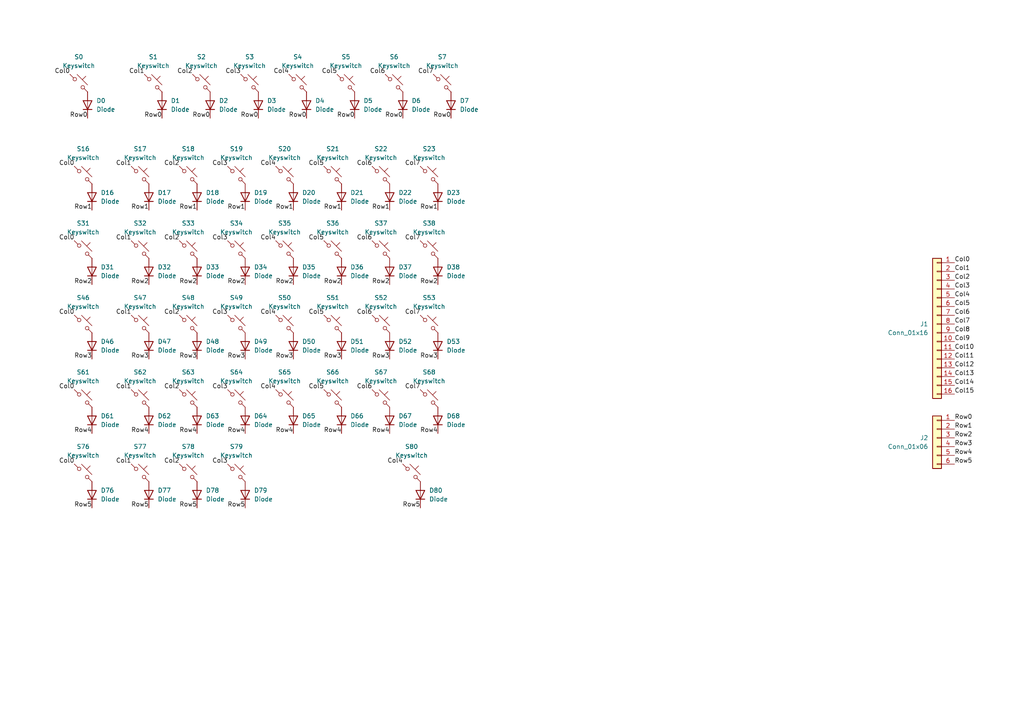
<source format=kicad_sch>
(kicad_sch (version 20231120) (generator "eeschema") (generator_version "8.0")
  (paper "A4")
  (title_block (title "Matrix Board 0") (date "2024-10-04") (rev "0") (company "PsychoDuck"))
  (lib_symbols
    (symbol "Connector_Generic:Conn_01x06" (pin_names (offset 1.016) hide)
      (property "Reference" "J" (at 0 7.62 0))
      (property "Value" "Conn_01x06" (at 0 -10.16 0))
      (symbol "Conn_01x06_1_1"
        (rectangle (start -1.27 -7.493) (end 0 -7.747) (stroke (width 0.1524)))
        (rectangle (start -1.27 -4.953) (end 0 -5.207) (stroke (width 0.1524)))
        (rectangle (start -1.27 -2.413) (end 0 -2.667) (stroke (width 0.1524)))
        (rectangle (start -1.27 0.127) (end 0 -0.127) (stroke (width 0.1524)))
        (rectangle (start -1.27 2.667) (end 0 2.413) (stroke (width 0.1524)))
        (rectangle (start -1.27 5.207) (end 0 4.953) (stroke (width 0.1524)))
        (rectangle (start -1.27 6.35) (end 1.27 -8.89) (stroke (width 0.254)) (fill (type background)))
        (pin passive line (at -5.08 5.08 0) (length 3.81) (name "Pin_1") (number "1"))
        (pin passive line (at -5.08 2.54 0) (length 3.81) (name "Pin_2") (number "2"))
        (pin passive line (at -5.08 0 0) (length 3.81) (name "Pin_3") (number "3"))
        (pin passive line (at -5.08 -2.54 0) (length 3.81) (name "Pin_4") (number "4"))
        (pin passive line (at -5.08 -5.08 0) (length 3.81) (name "Pin_5") (number "5"))
        (pin passive line (at -5.08 -7.62 0) (length 3.81) (name "Pin_6") (number "6"))
      )
    )
    (symbol "Connector_Generic:Conn_01x16" (pin_names (offset 1.016) hide)
      (property "Reference" "J" (at 0 20.32 0))
      (property "Value" "Conn_01x16" (at 0 -22.86 0))
      (symbol "Conn_01x16_1_1"
        (rectangle (start -1.27 -20.193) (end 0 -20.447) (stroke (width 0.1524)))
        (rectangle (start -1.27 -17.653) (end 0 -17.907) (stroke (width 0.1524)))
        (rectangle (start -1.27 -15.113) (end 0 -15.367) (stroke (width 0.1524)))
        (rectangle (start -1.27 -12.573) (end 0 -12.827) (stroke (width 0.1524)))
        (rectangle (start -1.27 -10.033) (end 0 -10.287) (stroke (width 0.1524)))
        (rectangle (start -1.27 -7.493) (end 0 -7.747) (stroke (width 0.1524)))
        (rectangle (start -1.27 -4.953) (end 0 -5.207) (stroke (width 0.1524)))
        (rectangle (start -1.27 -2.413) (end 0 -2.667) (stroke (width 0.1524)))
        (rectangle (start -1.27 0.127) (end 0 -0.127) (stroke (width 0.1524)))
        (rectangle (start -1.27 2.667) (end 0 2.413) (stroke (width 0.1524)))
        (rectangle (start -1.27 5.207) (end 0 4.953) (stroke (width 0.1524)))
        (rectangle (start -1.27 7.747) (end 0 7.493) (stroke (width 0.1524)))
        (rectangle (start -1.27 10.287) (end 0 10.033) (stroke (width 0.1524)))
        (rectangle (start -1.27 12.827) (end 0 12.573) (stroke (width 0.1524)))
        (rectangle (start -1.27 15.367) (end 0 15.113) (stroke (width 0.1524)))
        (rectangle (start -1.27 17.907) (end 0 17.653) (stroke (width 0.1524)))
        (rectangle (start -1.27 19.05) (end 1.27 -21.59) (stroke (width 0.254)) (fill (type background)))
        (pin passive line (at -5.08 17.78 0) (length 3.81) (name "Pin_1") (number "1"))
        (pin passive line (at -5.08 -5.08 0) (length 3.81) (name "Pin_10") (number "10"))
        (pin passive line (at -5.08 -7.62 0) (length 3.81) (name "Pin_11") (number "11"))
        (pin passive line (at -5.08 -10.16 0) (length 3.81) (name "Pin_12") (number "12"))
        (pin passive line (at -5.08 -12.7 0) (length 3.81) (name "Pin_13") (number "13"))
        (pin passive line (at -5.08 -15.24 0) (length 3.81) (name "Pin_14") (number "14"))
        (pin passive line (at -5.08 -17.78 0) (length 3.81) (name "Pin_15") (number "15"))
        (pin passive line (at -5.08 -20.32 0) (length 3.81) (name "Pin_16") (number "16"))
        (pin passive line (at -5.08 15.24 0) (length 3.81) (name "Pin_2") (number "2"))
        (pin passive line (at -5.08 12.7 0) (length 3.81) (name "Pin_3") (number "3"))
        (pin passive line (at -5.08 10.16 0) (length 3.81) (name "Pin_4") (number "4"))
        (pin passive line (at -5.08 7.62 0) (length 3.81) (name "Pin_5") (number "5"))
        (pin passive line (at -5.08 5.08 0) (length 3.81) (name "Pin_6") (number "6"))
        (pin passive line (at -5.08 2.54 0) (length 3.81) (name "Pin_7") (number "7"))
        (pin passive line (at -5.08 0 0) (length 3.81) (name "Pin_8") (number "8"))
        (pin passive line (at -5.08 -2.54 0) (length 3.81) (name "Pin_9") (number "9"))
      )
    )
    (symbol "ScottoKeebs:Placeholder_Diode" (pin_numbers hide) (pin_names hide)
      (property "Reference" "D" (at 0 2.54 0))
      (property "Value" "Diode" (at 0 -2.54 0))
      (symbol "Placeholder_Diode_0_1"
        (polyline (pts (xy -1.27 1.27) (xy -1.27 -1.27)) (stroke (width 0.254)))
        (polyline (pts (xy 1.27 0) (xy -1.27 0)))
        (polyline (pts (xy 1.27 1.27) (xy 1.27 -1.27) (xy -1.27 0) (xy 1.27 1.27)) (stroke (width 0.254)))
      )
      (symbol "Placeholder_Diode_1_1"
        (pin passive line (at -3.81 0 0) (length 2.54) (name "K") (number "1"))
        (pin passive line (at 3.81 0 180) (length 2.54) (name "A") (number "2"))
      )
    )
    (symbol "ScottoKeebs:Placeholder_Keyswitch" (pin_numbers hide) (pin_names (offset 1.016) hide)
      (property "Reference" "S" (at 3.048 1.016 0))
      (property "Value" "Keyswitch" (at 0 -3.81 0))
      (symbol "Placeholder_Keyswitch_0_1"
        (circle (center -1.1684 1.1684) (radius 0.508))
        (polyline (pts (xy -0.508 2.54) (xy 2.54 -0.508)))
        (polyline (pts (xy 1.016 1.016) (xy 2.032 2.032)))
        (polyline (pts (xy -2.54 2.54) (xy -1.524 1.524) (xy -1.524 1.524)))
        (polyline (pts (xy 1.524 -1.524) (xy 2.54 -2.54) (xy 2.54 -2.54) (xy 2.54 -2.54)))
        (circle (center 1.143 -1.1938) (radius 0.508))
        (pin passive line (at -2.54 2.54 0) (length 0) (name "1") (number "1"))
        (pin passive line (at 2.54 -2.54 180) (length 0) (name "2") (number "2"))
      )
    )
  )
  (label "Col9" (at 276.86 99.06 0))
  (label "Col3" (at 276.86 83.82 0))
  (label "Col5" (at 93.98 69.85 180))
  (label "Row3" (at 99.06 104.14 180))
  (label "Row0" (at 116.84 34.29 180))
  (label "Col0" (at 21.59 48.26 180))
  (label "Col6" (at 107.95 69.85 180))
  (label "Row3" (at 71.12 104.14 180))
  (label "Col2" (at 52.07 91.44 180))
  (label "Col6" (at 276.86 91.44 0))
  (label "Col3" (at 66.04 113.03 180))
  (label "Row1" (at 43.18 60.96 180))
  (label "Row2" (at 276.86 127 0))
  (label "Row5" (at 57.15 147.32 180))
  (label "Row2" (at 26.67 82.55 180))
  (label "Col4" (at 83.82 21.59 180))
  (label "Row0" (at 88.9 34.29 180))
  (label "Row2" (at 113.03 82.55 180))
  (label "Row4" (at 99.06 125.73 180))
  (label "Col13" (at 276.86 109.22 0))
  (label "Row3" (at 57.15 104.14 180))
  (label "Col3" (at 66.04 134.62 180))
  (label "Col2" (at 276.86 81.28 0))
  (label "Col5" (at 93.98 91.44 180))
  (label "Row3" (at 113.03 104.14 180))
  (label "Row3" (at 85.09 104.14 180))
  (label "Row4" (at 127 125.73 180))
  (label "Col6" (at 107.95 113.03 180))
  (label "Col1" (at 276.86 78.74 0))
  (label "Col3" (at 66.04 69.85 180))
  (label "Row0" (at 130.81 34.29 180))
  (label "Col3" (at 66.04 48.26 180))
  (label "Col0" (at 21.59 113.03 180))
  (label "Col1" (at 38.1 48.26 180))
  (label "Row0" (at 46.99 34.29 180))
  (label "Row0" (at 25.4 34.29 180))
  (label "Col2" (at 52.07 48.26 180))
  (label "Row1" (at 57.15 60.96 180))
  (label "Row2" (at 85.09 82.55 180))
  (label "Row1" (at 85.09 60.96 180))
  (label "Row3" (at 127 104.14 180))
  (label "Col2" (at 52.07 134.62 180))
  (label "Col14" (at 276.86 111.76 0))
  (label "Col10" (at 276.86 101.6 0))
  (label "Row1" (at 127 60.96 180))
  (label "Col1" (at 41.91 21.59 180))
  (label "Col7" (at 121.92 91.44 180))
  (label "Row2" (at 127 82.55 180))
  (label "Col7" (at 121.92 69.85 180))
  (label "Col0" (at 21.59 91.44 180))
  (label "Col6" (at 111.76 21.59 180))
  (label "Row5" (at 71.12 147.32 180))
  (label "Row0" (at 60.96 34.29 180))
  (label "Row0" (at 74.93 34.29 180))
  (label "Row2" (at 57.15 82.55 180))
  (label "Col1" (at 38.1 69.85 180))
  (label "Col0" (at 21.59 134.62 180))
  (label "Col4" (at 80.01 113.03 180))
  (label "Row2" (at 43.18 82.55 180))
  (label "Col1" (at 38.1 113.03 180))
  (label "Col4" (at 80.01 48.26 180))
  (label "Col5" (at 93.98 113.03 180))
  (label "Col0" (at 21.59 69.85 180))
  (label "Col0" (at 20.32 21.59 180))
  (label "Col0" (at 276.86 76.2 0))
  (label "Row5" (at 43.18 147.32 180))
  (label "Row4" (at 85.09 125.73 180))
  (label "Row3" (at 26.67 104.14 180))
  (label "Col1" (at 38.1 91.44 180))
  (label "Col7" (at 276.86 93.98 0))
  (label "Col8" (at 276.86 96.52 0))
  (label "Col11" (at 276.86 104.14 0))
  (label "Col15" (at 276.86 114.3 0))
  (label "Col6" (at 107.95 91.44 180))
  (label "Col2" (at 52.07 113.03 180))
  (label "Col7" (at 121.92 113.03 180))
  (label "Row0" (at 276.86 121.92 0))
  (label "Col6" (at 107.95 48.26 180))
  (label "Col4" (at 116.84 134.62 180))
  (label "Col1" (at 38.1 134.62 180))
  (label "Col3" (at 69.85 21.59 180))
  (label "Row2" (at 99.06 82.55 180))
  (label "Row5" (at 276.86 134.62 0))
  (label "Col2" (at 52.07 69.85 180))
  (label "Col4" (at 80.01 91.44 180))
  (label "Row4" (at 71.12 125.73 180))
  (label "Row4" (at 57.15 125.73 180))
  (label "Row1" (at 26.67 60.96 180))
  (label "Row4" (at 43.18 125.73 180))
  (label "Col5" (at 276.86 88.9 0))
  (label "Row4" (at 276.86 132.08 0))
  (label "Col2" (at 55.88 21.59 180))
  (label "Row2" (at 71.12 82.55 180))
  (label "Row4" (at 26.67 125.73 180))
  (label "Row5" (at 121.92 147.32 180))
  (label "Col7" (at 125.73 21.59 180))
  (label "Col5" (at 93.98 48.26 180))
  (label "Row1" (at 99.06 60.96 180))
  (label "Col4" (at 80.01 69.85 180))
  (label "Col5" (at 97.79 21.59 180))
  (label "Col7" (at 121.92 48.26 180))
  (label "Col12" (at 276.86 106.68 0))
  (label "Row4" (at 113.03 125.73 180))
  (label "Row1" (at 113.03 60.96 180))
  (label "Row1" (at 276.86 124.46 0))
  (label "Col3" (at 66.04 91.44 180))
  (label "Row5" (at 26.67 147.32 180))
  (label "Row1" (at 71.12 60.96 180))
  (label "Row3" (at 276.86 129.54 0))
  (label "Row0" (at 102.87 34.29 180))
  (label "Row3" (at 43.18 104.14 180))
  (label "Col4" (at 276.86 86.36 0))
  (symbol (lib_id "ScottoKeebs:Placeholder_Diode") (at 57.15 57.15 90) (unit 1)
    (property "Reference" "D18" (at 59.69 55.8799 90) (effects (justify right)))
    (property "Value" "Diode" (at 59.69 58.4199 90) (effects (justify right)))
    (property "Footprint" "Diode_THT:D_DO-35_SOD27_P10.16mm_Horizontal" (effects (hide yes)))
    (property "Description" "1N4148 (DO-35) or 1N4148W (SOD-123)" (effects (hide yes)))
    (property "Sim.Device" "D" (effects (hide yes)))
    (property "Sim.Pins" "1=K 2=A" (effects (hide yes)))
  )
  (symbol (lib_id "ScottoKeebs:Placeholder_Diode") (at 25.4 30.48 90) (unit 1)
    (property "Reference" "D0" (at 27.94 29.2099 90) (effects (justify right)))
    (property "Value" "Diode" (at 27.94 31.7499 90) (effects (justify right)))
    (property "Footprint" "Diode_THT:D_DO-35_SOD27_P10.16mm_Horizontal" (effects (hide yes)))
    (property "Description" "1N4148 (DO-35) or 1N4148W (SOD-123)" (effects (hide yes)))
    (property "Sim.Device" "D" (effects (hide yes)))
    (property "Sim.Pins" "1=K 2=A" (effects (hide yes)))
  )
  (symbol (lib_id "ScottoKeebs:Placeholder_Diode") (at 43.18 143.51 90) (unit 1)
    (property "Reference" "D77" (at 45.72 142.2399 90) (effects (justify right)))
    (property "Value" "Diode" (at 45.72 144.7799 90) (effects (justify right)))
    (property "Footprint" "Diode_THT:D_DO-35_SOD27_P10.16mm_Horizontal" (effects (hide yes)))
    (property "Description" "1N4148 (DO-35) or 1N4148W (SOD-123)" (effects (hide yes)))
    (property "Sim.Device" "D" (effects (hide yes)))
    (property "Sim.Pins" "1=K 2=A" (effects (hide yes)))
  )
  (symbol (lib_id "ScottoKeebs:Placeholder_Diode") (at 99.06 57.15 90) (unit 1)
    (property "Reference" "D21" (at 101.6 55.8799 90) (effects (justify right)))
    (property "Value" "Diode" (at 101.6 58.4199 90) (effects (justify right)))
    (property "Footprint" "Diode_THT:D_DO-35_SOD27_P10.16mm_Horizontal" (effects (hide yes)))
    (property "Description" "1N4148 (DO-35) or 1N4148W (SOD-123)" (effects (hide yes)))
    (property "Sim.Device" "D" (effects (hide yes)))
    (property "Sim.Pins" "1=K 2=A" (effects (hide yes)))
  )
  (symbol (lib_id "ScottoKeebs:Placeholder_Keyswitch") (at 22.86 24.13 0) (unit 1)
    (property "Reference" "S0" (at 22.86 16.51 0))
    (property "Value" "Keyswitch" (at 22.86 19.05 0))
    (property "Footprint" "ScottoKeebs_Hotswap:Hotswap_MX_1.00u" (effects (hide yes)))
    (property "Description" "Push button switch, normally open, two pins, 45° tilted" (effects (hide yes)))
  )
  (symbol (lib_id "ScottoKeebs:Placeholder_Diode") (at 71.12 78.74 90) (unit 1)
    (property "Reference" "D34" (at 73.66 77.4699 90) (effects (justify right)))
    (property "Value" "Diode" (at 73.66 80.0099 90) (effects (justify right)))
    (property "Footprint" "Diode_THT:D_DO-35_SOD27_P10.16mm_Horizontal" (effects (hide yes)))
    (property "Description" "1N4148 (DO-35) or 1N4148W (SOD-123)" (effects (hide yes)))
    (property "Sim.Device" "D" (effects (hide yes)))
    (property "Sim.Pins" "1=K 2=A" (effects (hide yes)))
  )
  (symbol (lib_id "ScottoKeebs:Placeholder_Keyswitch") (at 24.13 93.98 0) (unit 1)
    (property "Reference" "S46" (at 24.13 86.36 0))
    (property "Value" "Keyswitch" (at 24.13 88.9 0))
    (property "Footprint" "ScottoKeebs_Hotswap:Hotswap_MX_1.00u" (effects (hide yes)))
    (property "Description" "Push button switch, normally open, two pins, 45° tilted" (effects (hide yes)))
  )
  (symbol (lib_id "ScottoKeebs:Placeholder_Keyswitch") (at 40.64 137.16 0) (unit 1)
    (property "Reference" "S77" (at 40.64 129.54 0))
    (property "Value" "Keyswitch" (at 40.64 132.08 0))
    (property "Footprint" "ScottoKeebs_Hotswap:Hotswap_MX_1.00u" (effects (hide yes)))
    (property "Description" "Push button switch, normally open, two pins, 45° tilted" (effects (hide yes)))
  )
  (symbol (lib_id "ScottoKeebs:Placeholder_Keyswitch") (at 124.46 50.8 0) (unit 1)
    (property "Reference" "S23" (at 124.46 43.18 0))
    (property "Value" "Keyswitch" (at 124.46 45.72 0))
    (property "Footprint" "ScottoKeebs_Hotswap:Hotswap_MX_1.00u" (effects (hide yes)))
    (property "Description" "Push button switch, normally open, two pins, 45° tilted" (effects (hide yes)))
  )
  (symbol (lib_id "ScottoKeebs:Placeholder_Diode") (at 113.03 57.15 90) (unit 1)
    (property "Reference" "D22" (at 115.57 55.8799 90) (effects (justify right)))
    (property "Value" "Diode" (at 115.57 58.4199 90) (effects (justify right)))
    (property "Footprint" "Diode_THT:D_DO-35_SOD27_P10.16mm_Horizontal" (effects (hide yes)))
    (property "Description" "1N4148 (DO-35) or 1N4148W (SOD-123)" (effects (hide yes)))
    (property "Sim.Device" "D" (effects (hide yes)))
    (property "Sim.Pins" "1=K 2=A" (effects (hide yes)))
  )
  (symbol (lib_id "ScottoKeebs:Placeholder_Diode") (at 74.93 30.48 90) (unit 1)
    (property "Reference" "D3" (at 77.47 29.2099 90) (effects (justify right)))
    (property "Value" "Diode" (at 77.47 31.7499 90) (effects (justify right)))
    (property "Footprint" "Diode_THT:D_DO-35_SOD27_P10.16mm_Horizontal" (effects (hide yes)))
    (property "Description" "1N4148 (DO-35) or 1N4148W (SOD-123)" (effects (hide yes)))
    (property "Sim.Device" "D" (effects (hide yes)))
    (property "Sim.Pins" "1=K 2=A" (effects (hide yes)))
  )
  (symbol (lib_id "Connector_Generic:Conn_01x16") (at 271.78 93.98 0) (mirror y) (unit 1)
    (property "Reference" "J1" (at 269.24 93.9799 0) (effects (justify left)))
    (property "Value" "Conn_01x16" (at 269.24 96.5199 0) (effects (justify left)))
    (property "Footprint" "Connector_PinSocket_2.54mm:PinSocket_1x16_P2.54mm_Vertical" (effects (hide yes)))
    (property "Description" "Generic connector, single row, 01x16, script generated (kicad-library-utils/schlib/autogen/connector/)" (effects (hide yes)))
  )
  (symbol (lib_id "ScottoKeebs:Placeholder_Keyswitch") (at 110.49 72.39 0) (unit 1)
    (property "Reference" "S37" (at 110.49 64.77 0))
    (property "Value" "Keyswitch" (at 110.49 67.31 0))
    (property "Footprint" "ScottoKeebs_Hotswap:Hotswap_MX_1.00u" (effects (hide yes)))
    (property "Description" "Push button switch, normally open, two pins, 45° tilted" (effects (hide yes)))
  )
  (symbol (lib_id "ScottoKeebs:Placeholder_Keyswitch") (at 124.46 115.57 0) (unit 1)
    (property "Reference" "S68" (at 124.46 107.95 0))
    (property "Value" "Keyswitch" (at 124.46 110.49 0))
    (property "Footprint" "ScottoKeebs_Hotswap:Hotswap_MX_1.00u" (effects (hide yes)))
    (property "Description" "Push button switch, normally open, two pins, 45° tilted" (effects (hide yes)))
  )
  (symbol (lib_id "ScottoKeebs:Placeholder_Diode") (at 99.06 100.33 90) (unit 1)
    (property "Reference" "D51" (at 101.6 99.0599 90) (effects (justify right)))
    (property "Value" "Diode" (at 101.6 101.5999 90) (effects (justify right)))
    (property "Footprint" "Diode_THT:D_DO-35_SOD27_P10.16mm_Horizontal" (effects (hide yes)))
    (property "Description" "1N4148 (DO-35) or 1N4148W (SOD-123)" (effects (hide yes)))
    (property "Sim.Device" "D" (effects (hide yes)))
    (property "Sim.Pins" "1=K 2=A" (effects (hide yes)))
  )
  (symbol (lib_id "ScottoKeebs:Placeholder_Diode") (at 43.18 100.33 90) (unit 1)
    (property "Reference" "D47" (at 45.72 99.0599 90) (effects (justify right)))
    (property "Value" "Diode" (at 45.72 101.5999 90) (effects (justify right)))
    (property "Footprint" "Diode_THT:D_DO-35_SOD27_P10.16mm_Horizontal" (effects (hide yes)))
    (property "Description" "1N4148 (DO-35) or 1N4148W (SOD-123)" (effects (hide yes)))
    (property "Sim.Device" "D" (effects (hide yes)))
    (property "Sim.Pins" "1=K 2=A" (effects (hide yes)))
  )
  (symbol (lib_id "ScottoKeebs:Placeholder_Diode") (at 57.15 78.74 90) (unit 1)
    (property "Reference" "D33" (at 59.69 77.4699 90) (effects (justify right)))
    (property "Value" "Diode" (at 59.69 80.0099 90) (effects (justify right)))
    (property "Footprint" "Diode_THT:D_DO-35_SOD27_P10.16mm_Horizontal" (effects (hide yes)))
    (property "Description" "1N4148 (DO-35) or 1N4148W (SOD-123)" (effects (hide yes)))
    (property "Sim.Device" "D" (effects (hide yes)))
    (property "Sim.Pins" "1=K 2=A" (effects (hide yes)))
  )
  (symbol (lib_id "ScottoKeebs:Placeholder_Keyswitch") (at 54.61 72.39 0) (unit 1)
    (property "Reference" "S33" (at 54.61 64.77 0))
    (property "Value" "Keyswitch" (at 54.61 67.31 0))
    (property "Footprint" "ScottoKeebs_Hotswap:Hotswap_MX_1.00u" (effects (hide yes)))
    (property "Description" "Push button switch, normally open, two pins, 45° tilted" (effects (hide yes)))
  )
  (symbol (lib_id "ScottoKeebs:Placeholder_Keyswitch") (at 124.46 72.39 0) (unit 1)
    (property "Reference" "S38" (at 124.46 64.77 0))
    (property "Value" "Keyswitch" (at 124.46 67.31 0))
    (property "Footprint" "ScottoKeebs_Hotswap:Hotswap_MX_1.00u" (effects (hide yes)))
    (property "Description" "Push button switch, normally open, two pins, 45° tilted" (effects (hide yes)))
  )
  (symbol (lib_id "ScottoKeebs:Placeholder_Keyswitch") (at 40.64 72.39 0) (unit 1)
    (property "Reference" "S32" (at 40.64 64.77 0))
    (property "Value" "Keyswitch" (at 40.64 67.31 0))
    (property "Footprint" "ScottoKeebs_Hotswap:Hotswap_MX_1.00u" (effects (hide yes)))
    (property "Description" "Push button switch, normally open, two pins, 45° tilted" (effects (hide yes)))
  )
  (symbol (lib_id "ScottoKeebs:Placeholder_Diode") (at 127 100.33 90) (unit 1)
    (property "Reference" "D53" (at 129.54 99.0599 90) (effects (justify right)))
    (property "Value" "Diode" (at 129.54 101.5999 90) (effects (justify right)))
    (property "Footprint" "Diode_THT:D_DO-35_SOD27_P10.16mm_Horizontal" (effects (hide yes)))
    (property "Description" "1N4148 (DO-35) or 1N4148W (SOD-123)" (effects (hide yes)))
    (property "Sim.Device" "D" (effects (hide yes)))
    (property "Sim.Pins" "1=K 2=A" (effects (hide yes)))
  )
  (symbol (lib_id "ScottoKeebs:Placeholder_Diode") (at 85.09 78.74 90) (unit 1)
    (property "Reference" "D35" (at 87.63 77.4699 90) (effects (justify right)))
    (property "Value" "Diode" (at 87.63 80.0099 90) (effects (justify right)))
    (property "Footprint" "Diode_THT:D_DO-35_SOD27_P10.16mm_Horizontal" (effects (hide yes)))
    (property "Description" "1N4148 (DO-35) or 1N4148W (SOD-123)" (effects (hide yes)))
    (property "Sim.Device" "D" (effects (hide yes)))
    (property "Sim.Pins" "1=K 2=A" (effects (hide yes)))
  )
  (symbol (lib_id "ScottoKeebs:Placeholder_Keyswitch") (at 82.55 72.39 0) (unit 1)
    (property "Reference" "S35" (at 82.55 64.77 0))
    (property "Value" "Keyswitch" (at 82.55 67.31 0))
    (property "Footprint" "ScottoKeebs_Hotswap:Hotswap_MX_1.00u" (effects (hide yes)))
    (property "Description" "Push button switch, normally open, two pins, 45° tilted" (effects (hide yes)))
  )
  (symbol (lib_id "ScottoKeebs:Placeholder_Diode") (at 102.87 30.48 90) (unit 1)
    (property "Reference" "D5" (at 105.41 29.2099 90) (effects (justify right)))
    (property "Value" "Diode" (at 105.41 31.7499 90) (effects (justify right)))
    (property "Footprint" "Diode_THT:D_DO-35_SOD27_P10.16mm_Horizontal" (effects (hide yes)))
    (property "Description" "1N4148 (DO-35) or 1N4148W (SOD-123)" (effects (hide yes)))
    (property "Sim.Device" "D" (effects (hide yes)))
    (property "Sim.Pins" "1=K 2=A" (effects (hide yes)))
  )
  (symbol (lib_id "ScottoKeebs:Placeholder_Diode") (at 43.18 78.74 90) (unit 1)
    (property "Reference" "D32" (at 45.72 77.4699 90) (effects (justify right)))
    (property "Value" "Diode" (at 45.72 80.0099 90) (effects (justify right)))
    (property "Footprint" "Diode_THT:D_DO-35_SOD27_P10.16mm_Horizontal" (effects (hide yes)))
    (property "Description" "1N4148 (DO-35) or 1N4148W (SOD-123)" (effects (hide yes)))
    (property "Sim.Device" "D" (effects (hide yes)))
    (property "Sim.Pins" "1=K 2=A" (effects (hide yes)))
  )
  (symbol (lib_id "ScottoKeebs:Placeholder_Diode") (at 26.67 57.15 90) (unit 1)
    (property "Reference" "D16" (at 29.21 55.8799 90) (effects (justify right)))
    (property "Value" "Diode" (at 29.21 58.4199 90) (effects (justify right)))
    (property "Footprint" "Diode_THT:D_DO-35_SOD27_P10.16mm_Horizontal" (effects (hide yes)))
    (property "Description" "1N4148 (DO-35) or 1N4148W (SOD-123)" (effects (hide yes)))
    (property "Sim.Device" "D" (effects (hide yes)))
    (property "Sim.Pins" "1=K 2=A" (effects (hide yes)))
  )
  (symbol (lib_id "ScottoKeebs:Placeholder_Keyswitch") (at 54.61 115.57 0) (unit 1)
    (property "Reference" "S63" (at 54.61 107.95 0))
    (property "Value" "Keyswitch" (at 54.61 110.49 0))
    (property "Footprint" "ScottoKeebs_Hotswap:Hotswap_MX_1.00u" (effects (hide yes)))
    (property "Description" "Push button switch, normally open, two pins, 45° tilted" (effects (hide yes)))
  )
  (symbol (lib_id "ScottoKeebs:Placeholder_Diode") (at 26.67 100.33 90) (unit 1)
    (property "Reference" "D46" (at 29.21 99.0599 90) (effects (justify right)))
    (property "Value" "Diode" (at 29.21 101.5999 90) (effects (justify right)))
    (property "Footprint" "Diode_THT:D_DO-35_SOD27_P10.16mm_Horizontal" (effects (hide yes)))
    (property "Description" "1N4148 (DO-35) or 1N4148W (SOD-123)" (effects (hide yes)))
    (property "Sim.Device" "D" (effects (hide yes)))
    (property "Sim.Pins" "1=K 2=A" (effects (hide yes)))
  )
  (symbol (lib_id "ScottoKeebs:Placeholder_Keyswitch") (at 68.58 50.8 0) (unit 1)
    (property "Reference" "S19" (at 68.58 43.18 0))
    (property "Value" "Keyswitch" (at 68.58 45.72 0))
    (property "Footprint" "ScottoKeebs_Hotswap:Hotswap_MX_1.00u" (effects (hide yes)))
    (property "Description" "Push button switch, normally open, two pins, 45° tilted" (effects (hide yes)))
  )
  (symbol (lib_id "ScottoKeebs:Placeholder_Keyswitch") (at 72.39 24.13 0) (unit 1)
    (property "Reference" "S3" (at 72.39 16.51 0))
    (property "Value" "Keyswitch" (at 72.39 19.05 0))
    (property "Footprint" "ScottoKeebs_Hotswap:Hotswap_MX_1.00u" (effects (hide yes)))
    (property "Description" "Push button switch, normally open, two pins, 45° tilted" (effects (hide yes)))
  )
  (symbol (lib_id "ScottoKeebs:Placeholder_Diode") (at 116.84 30.48 90) (unit 1)
    (property "Reference" "D6" (at 119.38 29.2099 90) (effects (justify right)))
    (property "Value" "Diode" (at 119.38 31.7499 90) (effects (justify right)))
    (property "Footprint" "Diode_THT:D_DO-35_SOD27_P10.16mm_Horizontal" (effects (hide yes)))
    (property "Description" "1N4148 (DO-35) or 1N4148W (SOD-123)" (effects (hide yes)))
    (property "Sim.Device" "D" (effects (hide yes)))
    (property "Sim.Pins" "1=K 2=A" (effects (hide yes)))
  )
  (symbol (lib_id "ScottoKeebs:Placeholder_Keyswitch") (at 24.13 72.39 0) (unit 1)
    (property "Reference" "S31" (at 24.13 64.77 0))
    (property "Value" "Keyswitch" (at 24.13 67.31 0))
    (property "Footprint" "ScottoKeebs_Hotswap:Hotswap_MX_1.00u" (effects (hide yes)))
    (property "Description" "Push button switch, normally open, two pins, 45° tilted" (effects (hide yes)))
  )
  (symbol (lib_id "ScottoKeebs:Placeholder_Diode") (at 85.09 121.92 90) (unit 1)
    (property "Reference" "D65" (at 87.63 120.6499 90) (effects (justify right)))
    (property "Value" "Diode" (at 87.63 123.1899 90) (effects (justify right)))
    (property "Footprint" "Diode_THT:D_DO-35_SOD27_P10.16mm_Horizontal" (effects (hide yes)))
    (property "Description" "1N4148 (DO-35) or 1N4148W (SOD-123)" (effects (hide yes)))
    (property "Sim.Device" "D" (effects (hide yes)))
    (property "Sim.Pins" "1=K 2=A" (effects (hide yes)))
  )
  (symbol (lib_id "ScottoKeebs:Placeholder_Diode") (at 71.12 100.33 90) (unit 1)
    (property "Reference" "D49" (at 73.66 99.0599 90) (effects (justify right)))
    (property "Value" "Diode" (at 73.66 101.5999 90) (effects (justify right)))
    (property "Footprint" "Diode_THT:D_DO-35_SOD27_P10.16mm_Horizontal" (effects (hide yes)))
    (property "Description" "1N4148 (DO-35) or 1N4148W (SOD-123)" (effects (hide yes)))
    (property "Sim.Device" "D" (effects (hide yes)))
    (property "Sim.Pins" "1=K 2=A" (effects (hide yes)))
  )
  (symbol (lib_id "ScottoKeebs:Placeholder_Keyswitch") (at 54.61 137.16 0) (unit 1)
    (property "Reference" "S78" (at 54.61 129.54 0))
    (property "Value" "Keyswitch" (at 54.61 132.08 0))
    (property "Footprint" "ScottoKeebs_Hotswap:Hotswap_MX_1.00u" (effects (hide yes)))
    (property "Description" "Push button switch, normally open, two pins, 45° tilted" (effects (hide yes)))
  )
  (symbol (lib_id "ScottoKeebs:Placeholder_Diode") (at 60.96 30.48 90) (unit 1)
    (property "Reference" "D2" (at 63.5 29.2099 90) (effects (justify right)))
    (property "Value" "Diode" (at 63.5 31.7499 90) (effects (justify right)))
    (property "Footprint" "Diode_THT:D_DO-35_SOD27_P10.16mm_Horizontal" (effects (hide yes)))
    (property "Description" "1N4148 (DO-35) or 1N4148W (SOD-123)" (effects (hide yes)))
    (property "Sim.Device" "D" (effects (hide yes)))
    (property "Sim.Pins" "1=K 2=A" (effects (hide yes)))
  )
  (symbol (lib_id "ScottoKeebs:Placeholder_Diode") (at 88.9 30.48 90) (unit 1)
    (property "Reference" "D4" (at 91.44 29.2099 90) (effects (justify right)))
    (property "Value" "Diode" (at 91.44 31.7499 90) (effects (justify right)))
    (property "Footprint" "Diode_THT:D_DO-35_SOD27_P10.16mm_Horizontal" (effects (hide yes)))
    (property "Description" "1N4148 (DO-35) or 1N4148W (SOD-123)" (effects (hide yes)))
    (property "Sim.Device" "D" (effects (hide yes)))
    (property "Sim.Pins" "1=K 2=A" (effects (hide yes)))
  )
  (symbol (lib_id "ScottoKeebs:Placeholder_Diode") (at 113.03 78.74 90) (unit 1)
    (property "Reference" "D37" (at 115.57 77.4699 90) (effects (justify right)))
    (property "Value" "Diode" (at 115.57 80.0099 90) (effects (justify right)))
    (property "Footprint" "Diode_THT:D_DO-35_SOD27_P10.16mm_Horizontal" (effects (hide yes)))
    (property "Description" "1N4148 (DO-35) or 1N4148W (SOD-123)" (effects (hide yes)))
    (property "Sim.Device" "D" (effects (hide yes)))
    (property "Sim.Pins" "1=K 2=A" (effects (hide yes)))
  )
  (symbol (lib_id "ScottoKeebs:Placeholder_Diode") (at 127 78.74 90) (unit 1)
    (property "Reference" "D38" (at 129.54 77.4699 90) (effects (justify right)))
    (property "Value" "Diode" (at 129.54 80.0099 90) (effects (justify right)))
    (property "Footprint" "Diode_THT:D_DO-35_SOD27_P10.16mm_Horizontal" (effects (hide yes)))
    (property "Description" "1N4148 (DO-35) or 1N4148W (SOD-123)" (effects (hide yes)))
    (property "Sim.Device" "D" (effects (hide yes)))
    (property "Sim.Pins" "1=K 2=A" (effects (hide yes)))
  )
  (symbol (lib_id "ScottoKeebs:Placeholder_Keyswitch") (at 128.27 24.13 0) (unit 1)
    (property "Reference" "S7" (at 128.27 16.51 0))
    (property "Value" "Keyswitch" (at 128.27 19.05 0))
    (property "Footprint" "ScottoKeebs_Hotswap:Hotswap_MX_1.00u" (effects (hide yes)))
    (property "Description" "Push button switch, normally open, two pins, 45° tilted" (effects (hide yes)))
  )
  (symbol (lib_id "ScottoKeebs:Placeholder_Diode") (at 57.15 100.33 90) (unit 1)
    (property "Reference" "D48" (at 59.69 99.0599 90) (effects (justify right)))
    (property "Value" "Diode" (at 59.69 101.5999 90) (effects (justify right)))
    (property "Footprint" "Diode_THT:D_DO-35_SOD27_P10.16mm_Horizontal" (effects (hide yes)))
    (property "Description" "1N4148 (DO-35) or 1N4148W (SOD-123)" (effects (hide yes)))
    (property "Sim.Device" "D" (effects (hide yes)))
    (property "Sim.Pins" "1=K 2=A" (effects (hide yes)))
  )
  (symbol (lib_id "ScottoKeebs:Placeholder_Diode") (at 127 121.92 90) (unit 1)
    (property "Reference" "D68" (at 129.54 120.6499 90) (effects (justify right)))
    (property "Value" "Diode" (at 129.54 123.1899 90) (effects (justify right)))
    (property "Footprint" "Diode_THT:D_DO-35_SOD27_P10.16mm_Horizontal" (effects (hide yes)))
    (property "Description" "1N4148 (DO-35) or 1N4148W (SOD-123)" (effects (hide yes)))
    (property "Sim.Device" "D" (effects (hide yes)))
    (property "Sim.Pins" "1=K 2=A" (effects (hide yes)))
  )
  (symbol (lib_id "ScottoKeebs:Placeholder_Diode") (at 113.03 100.33 90) (unit 1)
    (property "Reference" "D52" (at 115.57 99.0599 90) (effects (justify right)))
    (property "Value" "Diode" (at 115.57 101.5999 90) (effects (justify right)))
    (property "Footprint" "Diode_THT:D_DO-35_SOD27_P10.16mm_Horizontal" (effects (hide yes)))
    (property "Description" "1N4148 (DO-35) or 1N4148W (SOD-123)" (effects (hide yes)))
    (property "Sim.Device" "D" (effects (hide yes)))
    (property "Sim.Pins" "1=K 2=A" (effects (hide yes)))
  )
  (symbol (lib_id "ScottoKeebs:Placeholder_Keyswitch") (at 68.58 72.39 0) (unit 1)
    (property "Reference" "S34" (at 68.58 64.77 0))
    (property "Value" "Keyswitch" (at 68.58 67.31 0))
    (property "Footprint" "ScottoKeebs_Hotswap:Hotswap_MX_1.00u" (effects (hide yes)))
    (property "Description" "Push button switch, normally open, two pins, 45° tilted" (effects (hide yes)))
  )
  (symbol (lib_id "ScottoKeebs:Placeholder_Keyswitch") (at 96.52 72.39 0) (unit 1)
    (property "Reference" "S36" (at 96.52 64.77 0))
    (property "Value" "Keyswitch" (at 96.52 67.31 0))
    (property "Footprint" "ScottoKeebs_Hotswap:Hotswap_MX_1.00u" (effects (hide yes)))
    (property "Description" "Push button switch, normally open, two pins, 45° tilted" (effects (hide yes)))
  )
  (symbol (lib_id "ScottoKeebs:Placeholder_Keyswitch") (at 40.64 50.8 0) (unit 1)
    (property "Reference" "S17" (at 40.64 43.18 0))
    (property "Value" "Keyswitch" (at 40.64 45.72 0))
    (property "Footprint" "ScottoKeebs_Hotswap:Hotswap_MX_1.00u" (effects (hide yes)))
    (property "Description" "Push button switch, normally open, two pins, 45° tilted" (effects (hide yes)))
  )
  (symbol (lib_id "ScottoKeebs:Placeholder_Diode") (at 26.67 143.51 90) (unit 1)
    (property "Reference" "D76" (at 29.21 142.2399 90) (effects (justify right)))
    (property "Value" "Diode" (at 29.21 144.7799 90) (effects (justify right)))
    (property "Footprint" "Diode_THT:D_DO-35_SOD27_P10.16mm_Horizontal" (effects (hide yes)))
    (property "Description" "1N4148 (DO-35) or 1N4148W (SOD-123)" (effects (hide yes)))
    (property "Sim.Device" "D" (effects (hide yes)))
    (property "Sim.Pins" "1=K 2=A" (effects (hide yes)))
  )
  (symbol (lib_id "ScottoKeebs:Placeholder_Diode") (at 71.12 57.15 90) (unit 1)
    (property "Reference" "D19" (at 73.66 55.8799 90) (effects (justify right)))
    (property "Value" "Diode" (at 73.66 58.4199 90) (effects (justify right)))
    (property "Footprint" "Diode_THT:D_DO-35_SOD27_P10.16mm_Horizontal" (effects (hide yes)))
    (property "Description" "1N4148 (DO-35) or 1N4148W (SOD-123)" (effects (hide yes)))
    (property "Sim.Device" "D" (effects (hide yes)))
    (property "Sim.Pins" "1=K 2=A" (effects (hide yes)))
  )
  (symbol (lib_id "ScottoKeebs:Placeholder_Keyswitch") (at 44.45 24.13 0) (unit 1)
    (property "Reference" "S1" (at 44.45 16.51 0))
    (property "Value" "Keyswitch" (at 44.45 19.05 0))
    (property "Footprint" "ScottoKeebs_Hotswap:Hotswap_MX_1.00u" (effects (hide yes)))
    (property "Description" "Push button switch, normally open, two pins, 45° tilted" (effects (hide yes)))
  )
  (symbol (lib_id "ScottoKeebs:Placeholder_Keyswitch") (at 68.58 115.57 0) (unit 1)
    (property "Reference" "S64" (at 68.58 107.95 0))
    (property "Value" "Keyswitch" (at 68.58 110.49 0))
    (property "Footprint" "ScottoKeebs_Hotswap:Hotswap_MX_1.00u" (effects (hide yes)))
    (property "Description" "Push button switch, normally open, two pins, 45° tilted" (effects (hide yes)))
  )
  (symbol (lib_id "ScottoKeebs:Placeholder_Keyswitch") (at 96.52 93.98 0) (unit 1)
    (property "Reference" "S51" (at 96.52 86.36 0))
    (property "Value" "Keyswitch" (at 96.52 88.9 0))
    (property "Footprint" "ScottoKeebs_Hotswap:Hotswap_MX_1.00u" (effects (hide yes)))
    (property "Description" "Push button switch, normally open, two pins, 45° tilted" (effects (hide yes)))
  )
  (symbol (lib_id "ScottoKeebs:Placeholder_Diode") (at 26.67 78.74 90) (unit 1)
    (property "Reference" "D31" (at 29.21 77.4699 90) (effects (justify right)))
    (property "Value" "Diode" (at 29.21 80.0099 90) (effects (justify right)))
    (property "Footprint" "Diode_THT:D_DO-35_SOD27_P10.16mm_Horizontal" (effects (hide yes)))
    (property "Description" "1N4148 (DO-35) or 1N4148W (SOD-123)" (effects (hide yes)))
    (property "Sim.Device" "D" (effects (hide yes)))
    (property "Sim.Pins" "1=K 2=A" (effects (hide yes)))
  )
  (symbol (lib_id "ScottoKeebs:Placeholder_Diode") (at 57.15 143.51 90) (unit 1)
    (property "Reference" "D78" (at 59.69 142.2399 90) (effects (justify right)))
    (property "Value" "Diode" (at 59.69 144.7799 90) (effects (justify right)))
    (property "Footprint" "Diode_THT:D_DO-35_SOD27_P10.16mm_Horizontal" (effects (hide yes)))
    (property "Description" "1N4148 (DO-35) or 1N4148W (SOD-123)" (effects (hide yes)))
    (property "Sim.Device" "D" (effects (hide yes)))
    (property "Sim.Pins" "1=K 2=A" (effects (hide yes)))
  )
  (symbol (lib_id "ScottoKeebs:Placeholder_Diode") (at 57.15 121.92 90) (unit 1)
    (property "Reference" "D63" (at 59.69 120.6499 90) (effects (justify right)))
    (property "Value" "Diode" (at 59.69 123.1899 90) (effects (justify right)))
    (property "Footprint" "Diode_THT:D_DO-35_SOD27_P10.16mm_Horizontal" (effects (hide yes)))
    (property "Description" "1N4148 (DO-35) or 1N4148W (SOD-123)" (effects (hide yes)))
    (property "Sim.Device" "D" (effects (hide yes)))
    (property "Sim.Pins" "1=K 2=A" (effects (hide yes)))
  )
  (symbol (lib_id "ScottoKeebs:Placeholder_Keyswitch") (at 40.64 93.98 0) (unit 1)
    (property "Reference" "S47" (at 40.64 86.36 0))
    (property "Value" "Keyswitch" (at 40.64 88.9 0))
    (property "Footprint" "ScottoKeebs_Hotswap:Hotswap_MX_1.00u" (effects (hide yes)))
    (property "Description" "Push button switch, normally open, two pins, 45° tilted" (effects (hide yes)))
  )
  (symbol (lib_id "ScottoKeebs:Placeholder_Diode") (at 99.06 121.92 90) (unit 1)
    (property "Reference" "D66" (at 101.6 120.6499 90) (effects (justify right)))
    (property "Value" "Diode" (at 101.6 123.1899 90) (effects (justify right)))
    (property "Footprint" "Diode_THT:D_DO-35_SOD27_P10.16mm_Horizontal" (effects (hide yes)))
    (property "Description" "1N4148 (DO-35) or 1N4148W (SOD-123)" (effects (hide yes)))
    (property "Sim.Device" "D" (effects (hide yes)))
    (property "Sim.Pins" "1=K 2=A" (effects (hide yes)))
  )
  (symbol (lib_id "ScottoKeebs:Placeholder_Diode") (at 130.81 30.48 90) (unit 1)
    (property "Reference" "D7" (at 133.35 29.2099 90) (effects (justify right)))
    (property "Value" "Diode" (at 133.35 31.7499 90) (effects (justify right)))
    (property "Footprint" "Diode_THT:D_DO-35_SOD27_P10.16mm_Horizontal" (effects (hide yes)))
    (property "Description" "1N4148 (DO-35) or 1N4148W (SOD-123)" (effects (hide yes)))
    (property "Sim.Device" "D" (effects (hide yes)))
    (property "Sim.Pins" "1=K 2=A" (effects (hide yes)))
  )
  (symbol (lib_id "ScottoKeebs:Placeholder_Diode") (at 26.67 121.92 90) (unit 1)
    (property "Reference" "D61" (at 29.21 120.6499 90) (effects (justify right)))
    (property "Value" "Diode" (at 29.21 123.1899 90) (effects (justify right)))
    (property "Footprint" "Diode_THT:D_DO-35_SOD27_P10.16mm_Horizontal" (effects (hide yes)))
    (property "Description" "1N4148 (DO-35) or 1N4148W (SOD-123)" (effects (hide yes)))
    (property "Sim.Device" "D" (effects (hide yes)))
    (property "Sim.Pins" "1=K 2=A" (effects (hide yes)))
  )
  (symbol (lib_id "ScottoKeebs:Placeholder_Diode") (at 113.03 121.92 90) (unit 1)
    (property "Reference" "D67" (at 115.57 120.6499 90) (effects (justify right)))
    (property "Value" "Diode" (at 115.57 123.1899 90) (effects (justify right)))
    (property "Footprint" "Diode_THT:D_DO-35_SOD27_P10.16mm_Horizontal" (effects (hide yes)))
    (property "Description" "1N4148 (DO-35) or 1N4148W (SOD-123)" (effects (hide yes)))
    (property "Sim.Device" "D" (effects (hide yes)))
    (property "Sim.Pins" "1=K 2=A" (effects (hide yes)))
  )
  (symbol (lib_id "ScottoKeebs:Placeholder_Keyswitch") (at 24.13 115.57 0) (unit 1)
    (property "Reference" "S61" (at 24.13 107.95 0))
    (property "Value" "Keyswitch" (at 24.13 110.49 0))
    (property "Footprint" "ScottoKeebs_Hotswap:Hotswap_MX_1.00u" (effects (hide yes)))
    (property "Description" "Push button switch, normally open, two pins, 45° tilted" (effects (hide yes)))
  )
  (symbol (lib_id "ScottoKeebs:Placeholder_Diode") (at 99.06 78.74 90) (unit 1)
    (property "Reference" "D36" (at 101.6 77.4699 90) (effects (justify right)))
    (property "Value" "Diode" (at 101.6 80.0099 90) (effects (justify right)))
    (property "Footprint" "Diode_THT:D_DO-35_SOD27_P10.16mm_Horizontal" (effects (hide yes)))
    (property "Description" "1N4148 (DO-35) or 1N4148W (SOD-123)" (effects (hide yes)))
    (property "Sim.Device" "D" (effects (hide yes)))
    (property "Sim.Pins" "1=K 2=A" (effects (hide yes)))
  )
  (symbol (lib_id "ScottoKeebs:Placeholder_Keyswitch") (at 110.49 93.98 0) (unit 1)
    (property "Reference" "S52" (at 110.49 86.36 0))
    (property "Value" "Keyswitch" (at 110.49 88.9 0))
    (property "Footprint" "ScottoKeebs_Hotswap:Hotswap_MX_1.00u" (effects (hide yes)))
    (property "Description" "Push button switch, normally open, two pins, 45° tilted" (effects (hide yes)))
  )
  (symbol (lib_id "ScottoKeebs:Placeholder_Diode") (at 121.92 143.51 90) (unit 1)
    (property "Reference" "D80" (at 124.46 142.2399 90) (effects (justify right)))
    (property "Value" "Diode" (at 124.46 144.7799 90) (effects (justify right)))
    (property "Footprint" "Diode_THT:D_DO-35_SOD27_P10.16mm_Horizontal" (effects (hide yes)))
    (property "Description" "1N4148 (DO-35) or 1N4148W (SOD-123)" (effects (hide yes)))
    (property "Sim.Device" "D" (effects (hide yes)))
    (property "Sim.Pins" "1=K 2=A" (effects (hide yes)))
  )
  (symbol (lib_id "ScottoKeebs:Placeholder_Diode") (at 71.12 121.92 90) (unit 1)
    (property "Reference" "D64" (at 73.66 120.6499 90) (effects (justify right)))
    (property "Value" "Diode" (at 73.66 123.1899 90) (effects (justify right)))
    (property "Footprint" "Diode_THT:D_DO-35_SOD27_P10.16mm_Horizontal" (effects (hide yes)))
    (property "Description" "1N4148 (DO-35) or 1N4148W (SOD-123)" (effects (hide yes)))
    (property "Sim.Device" "D" (effects (hide yes)))
    (property "Sim.Pins" "1=K 2=A" (effects (hide yes)))
  )
  (symbol (lib_id "Connector_Generic:Conn_01x06") (at 271.78 127 0) (mirror y) (unit 1)
    (property "Reference" "J2" (at 269.24 126.9999 0) (effects (justify left)))
    (property "Value" "Conn_01x06" (at 269.24 129.5399 0) (effects (justify left)))
    (property "Footprint" "Connector_PinHeader_2.54mm:PinHeader_1x06_P2.54mm_Vertical" (effects (hide yes)))
    (property "Description" "Generic connector, single row, 01x06, script generated (kicad-library-utils/schlib/autogen/connector/)" (effects (hide yes)))
  )
  (symbol (lib_id "ScottoKeebs:Placeholder_Diode") (at 85.09 57.15 90) (unit 1)
    (property "Reference" "D20" (at 87.63 55.8799 90) (effects (justify right)))
    (property "Value" "Diode" (at 87.63 58.4199 90) (effects (justify right)))
    (property "Footprint" "Diode_THT:D_DO-35_SOD27_P10.16mm_Horizontal" (effects (hide yes)))
    (property "Description" "1N4148 (DO-35) or 1N4148W (SOD-123)" (effects (hide yes)))
    (property "Sim.Device" "D" (effects (hide yes)))
    (property "Sim.Pins" "1=K 2=A" (effects (hide yes)))
  )
  (symbol (lib_id "ScottoKeebs:Placeholder_Keyswitch") (at 110.49 115.57 0) (unit 1)
    (property "Reference" "S67" (at 110.49 107.95 0))
    (property "Value" "Keyswitch" (at 110.49 110.49 0))
    (property "Footprint" "ScottoKeebs_Hotswap:Hotswap_MX_1.00u" (effects (hide yes)))
    (property "Description" "Push button switch, normally open, two pins, 45° tilted" (effects (hide yes)))
  )
  (symbol (lib_id "ScottoKeebs:Placeholder_Keyswitch") (at 54.61 93.98 0) (unit 1)
    (property "Reference" "S48" (at 54.61 86.36 0))
    (property "Value" "Keyswitch" (at 54.61 88.9 0))
    (property "Footprint" "ScottoKeebs_Hotswap:Hotswap_MX_1.00u" (effects (hide yes)))
    (property "Description" "Push button switch, normally open, two pins, 45° tilted" (effects (hide yes)))
  )
  (symbol (lib_id "ScottoKeebs:Placeholder_Keyswitch") (at 124.46 93.98 0) (unit 1)
    (property "Reference" "S53" (at 124.46 86.36 0))
    (property "Value" "Keyswitch" (at 124.46 88.9 0))
    (property "Footprint" "ScottoKeebs_Hotswap:Hotswap_MX_1.00u" (effects (hide yes)))
    (property "Description" "Push button switch, normally open, two pins, 45° tilted" (effects (hide yes)))
  )
  (symbol (lib_id "ScottoKeebs:Placeholder_Keyswitch") (at 86.36 24.13 0) (unit 1)
    (property "Reference" "S4" (at 86.36 16.51 0))
    (property "Value" "Keyswitch" (at 86.36 19.05 0))
    (property "Footprint" "ScottoKeebs_Hotswap:Hotswap_MX_1.00u" (effects (hide yes)))
    (property "Description" "Push button switch, normally open, two pins, 45° tilted" (effects (hide yes)))
  )
  (symbol (lib_id "ScottoKeebs:Placeholder_Diode") (at 127 57.15 90) (unit 1)
    (property "Reference" "D23" (at 129.54 55.8799 90) (effects (justify right)))
    (property "Value" "Diode" (at 129.54 58.4199 90) (effects (justify right)))
    (property "Footprint" "Diode_THT:D_DO-35_SOD27_P10.16mm_Horizontal" (effects (hide yes)))
    (property "Description" "1N4148 (DO-35) or 1N4148W (SOD-123)" (effects (hide yes)))
    (property "Sim.Device" "D" (effects (hide yes)))
    (property "Sim.Pins" "1=K 2=A" (effects (hide yes)))
  )
  (symbol (lib_id "ScottoKeebs:Placeholder_Keyswitch") (at 58.42 24.13 0) (unit 1)
    (property "Reference" "S2" (at 58.42 16.51 0))
    (property "Value" "Keyswitch" (at 58.42 19.05 0))
    (property "Footprint" "ScottoKeebs_Hotswap:Hotswap_MX_1.00u" (effects (hide yes)))
    (property "Description" "Push button switch, normally open, two pins, 45° tilted" (effects (hide yes)))
  )
  (symbol (lib_id "ScottoKeebs:Placeholder_Diode") (at 71.12 143.51 90) (unit 1)
    (property "Reference" "D79" (at 73.66 142.2399 90) (effects (justify right)))
    (property "Value" "Diode" (at 73.66 144.7799 90) (effects (justify right)))
    (property "Footprint" "Diode_THT:D_DO-35_SOD27_P10.16mm_Horizontal" (effects (hide yes)))
    (property "Description" "1N4148 (DO-35) or 1N4148W (SOD-123)" (effects (hide yes)))
    (property "Sim.Device" "D" (effects (hide yes)))
    (property "Sim.Pins" "1=K 2=A" (effects (hide yes)))
  )
  (symbol (lib_id "ScottoKeebs:Placeholder_Keyswitch") (at 82.55 50.8 0) (unit 1)
    (property "Reference" "S20" (at 82.55 43.18 0))
    (property "Value" "Keyswitch" (at 82.55 45.72 0))
    (property "Footprint" "ScottoKeebs_Hotswap:Hotswap_MX_1.00u" (effects (hide yes)))
    (property "Description" "Push button switch, normally open, two pins, 45° tilted" (effects (hide yes)))
  )
  (symbol (lib_id "ScottoKeebs:Placeholder_Diode") (at 43.18 121.92 90) (unit 1)
    (property "Reference" "D62" (at 45.72 120.6499 90) (effects (justify right)))
    (property "Value" "Diode" (at 45.72 123.1899 90) (effects (justify right)))
    (property "Footprint" "Diode_THT:D_DO-35_SOD27_P10.16mm_Horizontal" (effects (hide yes)))
    (property "Description" "1N4148 (DO-35) or 1N4148W (SOD-123)" (effects (hide yes)))
    (property "Sim.Device" "D" (effects (hide yes)))
    (property "Sim.Pins" "1=K 2=A" (effects (hide yes)))
  )
  (symbol (lib_id "ScottoKeebs:Placeholder_Keyswitch") (at 110.49 50.8 0) (unit 1)
    (property "Reference" "S22" (at 110.49 43.18 0))
    (property "Value" "Keyswitch" (at 110.49 45.72 0))
    (property "Footprint" "ScottoKeebs_Hotswap:Hotswap_MX_1.00u" (effects (hide yes)))
    (property "Description" "Push button switch, normally open, two pins, 45° tilted" (effects (hide yes)))
  )
  (symbol (lib_id "ScottoKeebs:Placeholder_Diode") (at 43.18 57.15 90) (unit 1)
    (property "Reference" "D17" (at 45.72 55.8799 90) (effects (justify right)))
    (property "Value" "Diode" (at 45.72 58.4199 90) (effects (justify right)))
    (property "Footprint" "Diode_THT:D_DO-35_SOD27_P10.16mm_Horizontal" (effects (hide yes)))
    (property "Description" "1N4148 (DO-35) or 1N4148W (SOD-123)" (effects (hide yes)))
    (property "Sim.Device" "D" (effects (hide yes)))
    (property "Sim.Pins" "1=K 2=A" (effects (hide yes)))
  )
  (symbol (lib_id "ScottoKeebs:Placeholder_Diode") (at 46.99 30.48 90) (unit 1)
    (property "Reference" "D1" (at 49.53 29.2099 90) (effects (justify right)))
    (property "Value" "Diode" (at 49.53 31.7499 90) (effects (justify right)))
    (property "Footprint" "Diode_THT:D_DO-35_SOD27_P10.16mm_Horizontal" (effects (hide yes)))
    (property "Description" "1N4148 (DO-35) or 1N4148W (SOD-123)" (effects (hide yes)))
    (property "Sim.Device" "D" (effects (hide yes)))
    (property "Sim.Pins" "1=K 2=A" (effects (hide yes)))
  )
  (symbol (lib_id "ScottoKeebs:Placeholder_Keyswitch") (at 54.61 50.8 0) (unit 1)
    (property "Reference" "S18" (at 54.61 43.18 0))
    (property "Value" "Keyswitch" (at 54.61 45.72 0))
    (property "Footprint" "ScottoKeebs_Hotswap:Hotswap_MX_1.00u" (effects (hide yes)))
    (property "Description" "Push button switch, normally open, two pins, 45° tilted" (effects (hide yes)))
  )
  (symbol (lib_id "ScottoKeebs:Placeholder_Keyswitch") (at 119.38 137.16 0) (unit 1)
    (property "Reference" "S80" (at 119.38 129.54 0))
    (property "Value" "Keyswitch" (at 119.38 132.08 0))
    (property "Footprint" "ScottoKeebs_Hotswap:Hotswap_MX_1.00u" (effects (hide yes)))
    (property "Description" "Push button switch, normally open, two pins, 45° tilted" (effects (hide yes)))
  )
  (symbol (lib_id "ScottoKeebs:Placeholder_Keyswitch") (at 24.13 137.16 0) (unit 1)
    (property "Reference" "S76" (at 24.13 129.54 0))
    (property "Value" "Keyswitch" (at 24.13 132.08 0))
    (property "Footprint" "ScottoKeebs_Hotswap:Hotswap_MX_1.00u" (effects (hide yes)))
    (property "Description" "Push button switch, normally open, two pins, 45° tilted" (effects (hide yes)))
  )
  (symbol (lib_id "ScottoKeebs:Placeholder_Keyswitch") (at 68.58 93.98 0) (unit 1)
    (property "Reference" "S49" (at 68.58 86.36 0))
    (property "Value" "Keyswitch" (at 68.58 88.9 0))
    (property "Footprint" "ScottoKeebs_Hotswap:Hotswap_MX_1.00u" (effects (hide yes)))
    (property "Description" "Push button switch, normally open, two pins, 45° tilted" (effects (hide yes)))
  )
  (symbol (lib_id "ScottoKeebs:Placeholder_Keyswitch") (at 100.33 24.13 0) (unit 1)
    (property "Reference" "S5" (at 100.33 16.51 0))
    (property "Value" "Keyswitch" (at 100.33 19.05 0))
    (property "Footprint" "ScottoKeebs_Hotswap:Hotswap_MX_1.00u" (effects (hide yes)))
    (property "Description" "Push button switch, normally open, two pins, 45° tilted" (effects (hide yes)))
  )
  (symbol (lib_id "ScottoKeebs:Placeholder_Keyswitch") (at 96.52 50.8 0) (unit 1)
    (property "Reference" "S21" (at 96.52 43.18 0))
    (property "Value" "Keyswitch" (at 96.52 45.72 0))
    (property "Footprint" "ScottoKeebs_Hotswap:Hotswap_MX_1.00u" (effects (hide yes)))
    (property "Description" "Push button switch, normally open, two pins, 45° tilted" (effects (hide yes)))
  )
  (symbol (lib_id "ScottoKeebs:Placeholder_Keyswitch") (at 114.3 24.13 0) (unit 1)
    (property "Reference" "S6" (at 114.3 16.51 0))
    (property "Value" "Keyswitch" (at 114.3 19.05 0))
    (property "Footprint" "ScottoKeebs_Hotswap:Hotswap_MX_1.00u" (effects (hide yes)))
    (property "Description" "Push button switch, normally open, two pins, 45° tilted" (effects (hide yes)))
  )
  (symbol (lib_id "ScottoKeebs:Placeholder_Keyswitch") (at 82.55 93.98 0) (unit 1)
    (property "Reference" "S50" (at 82.55 86.36 0))
    (property "Value" "Keyswitch" (at 82.55 88.9 0))
    (property "Footprint" "ScottoKeebs_Hotswap:Hotswap_MX_1.00u" (effects (hide yes)))
    (property "Description" "Push button switch, normally open, two pins, 45° tilted" (effects (hide yes)))
  )
  (symbol (lib_id "ScottoKeebs:Placeholder_Keyswitch") (at 96.52 115.57 0) (unit 1)
    (property "Reference" "S66" (at 96.52 107.95 0))
    (property "Value" "Keyswitch" (at 96.52 110.49 0))
    (property "Footprint" "ScottoKeebs_Hotswap:Hotswap_MX_1.00u" (effects (hide yes)))
    (property "Description" "Push button switch, normally open, two pins, 45° tilted" (effects (hide yes)))
  )
  (symbol (lib_id "ScottoKeebs:Placeholder_Keyswitch") (at 68.58 137.16 0) (unit 1)
    (property "Reference" "S79" (at 68.58 129.54 0))
    (property "Value" "Keyswitch" (at 68.58 132.08 0))
    (property "Footprint" "ScottoKeebs_Hotswap:Hotswap_MX_1.00u" (effects (hide yes)))
    (property "Description" "Push button switch, normally open, two pins, 45° tilted" (effects (hide yes)))
  )
  (symbol (lib_id "ScottoKeebs:Placeholder_Keyswitch") (at 24.13 50.8 0) (unit 1)
    (property "Reference" "S16" (at 24.13 43.18 0))
    (property "Value" "Keyswitch" (at 24.13 45.72 0))
    (property "Footprint" "ScottoKeebs_Hotswap:Hotswap_MX_1.00u" (effects (hide yes)))
    (property "Description" "Push button switch, normally open, two pins, 45° tilted" (effects (hide yes)))
  )
  (symbol (lib_id "ScottoKeebs:Placeholder_Diode") (at 85.09 100.33 90) (unit 1)
    (property "Reference" "D50" (at 87.63 99.0599 90) (effects (justify right)))
    (property "Value" "Diode" (at 87.63 101.5999 90) (effects (justify right)))
    (property "Footprint" "Diode_THT:D_DO-35_SOD27_P10.16mm_Horizontal" (effects (hide yes)))
    (property "Description" "1N4148 (DO-35) or 1N4148W (SOD-123)" (effects (hide yes)))
    (property "Sim.Device" "D" (effects (hide yes)))
    (property "Sim.Pins" "1=K 2=A" (effects (hide yes)))
  )
  (symbol (lib_id "ScottoKeebs:Placeholder_Keyswitch") (at 82.55 115.57 0) (unit 1)
    (property "Reference" "S65" (at 82.55 107.95 0))
    (property "Value" "Keyswitch" (at 82.55 110.49 0))
    (property "Footprint" "ScottoKeebs_Hotswap:Hotswap_MX_1.00u" (effects (hide yes)))
    (property "Description" "Push button switch, normally open, two pins, 45° tilted" (effects (hide yes)))
  )
  (symbol (lib_id "ScottoKeebs:Placeholder_Keyswitch") (at 40.64 115.57 0) (unit 1)
    (property "Reference" "S62" (at 40.64 107.95 0))
    (property "Value" "Keyswitch" (at 40.64 110.49 0))
    (property "Footprint" "ScottoKeebs_Hotswap:Hotswap_MX_1.00u" (effects (hide yes)))
    (property "Description" "Push button switch, normally open, two pins, 45° tilted" (effects (hide yes)))
  )
)
</source>
